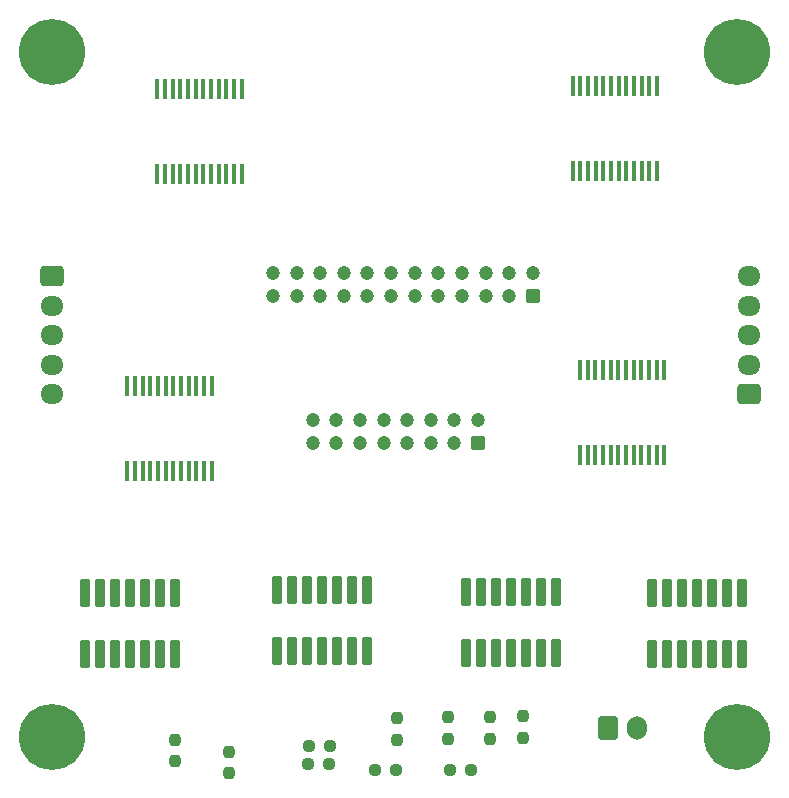
<source format=gbr>
%TF.GenerationSoftware,KiCad,Pcbnew,(7.0.0)*%
%TF.CreationDate,2024-02-29T14:00:03-03:00*%
%TF.ProjectId,pcb_peau_v1,7063625f-7065-4617-955f-76312e6b6963,rev?*%
%TF.SameCoordinates,Original*%
%TF.FileFunction,Soldermask,Top*%
%TF.FilePolarity,Negative*%
%FSLAX46Y46*%
G04 Gerber Fmt 4.6, Leading zero omitted, Abs format (unit mm)*
G04 Created by KiCad (PCBNEW (7.0.0)) date 2024-02-29 14:00:03*
%MOMM*%
%LPD*%
G01*
G04 APERTURE LIST*
G04 Aperture macros list*
%AMRoundRect*
0 Rectangle with rounded corners*
0 $1 Rounding radius*
0 $2 $3 $4 $5 $6 $7 $8 $9 X,Y pos of 4 corners*
0 Add a 4 corners polygon primitive as box body*
4,1,4,$2,$3,$4,$5,$6,$7,$8,$9,$2,$3,0*
0 Add four circle primitives for the rounded corners*
1,1,$1+$1,$2,$3*
1,1,$1+$1,$4,$5*
1,1,$1+$1,$6,$7*
1,1,$1+$1,$8,$9*
0 Add four rect primitives between the rounded corners*
20,1,$1+$1,$2,$3,$4,$5,0*
20,1,$1+$1,$4,$5,$6,$7,0*
20,1,$1+$1,$6,$7,$8,$9,0*
20,1,$1+$1,$8,$9,$2,$3,0*%
G04 Aperture macros list end*
%ADD10RoundRect,0.250000X-0.600000X-0.750000X0.600000X-0.750000X0.600000X0.750000X-0.600000X0.750000X0*%
%ADD11O,1.700000X2.000000*%
%ADD12R,0.450000X1.750000*%
%ADD13RoundRect,0.237500X-0.237500X0.250000X-0.237500X-0.250000X0.237500X-0.250000X0.237500X0.250000X0*%
%ADD14RoundRect,0.102000X0.300000X1.100000X-0.300000X1.100000X-0.300000X-1.100000X0.300000X-1.100000X0*%
%ADD15RoundRect,0.102000X-0.300000X-1.100000X0.300000X-1.100000X0.300000X1.100000X-0.300000X1.100000X0*%
%ADD16C,5.600000*%
%ADD17RoundRect,0.237500X0.250000X0.237500X-0.250000X0.237500X-0.250000X-0.237500X0.250000X-0.237500X0*%
%ADD18RoundRect,0.237500X-0.250000X-0.237500X0.250000X-0.237500X0.250000X0.237500X-0.250000X0.237500X0*%
%ADD19RoundRect,0.250000X0.725000X-0.600000X0.725000X0.600000X-0.725000X0.600000X-0.725000X-0.600000X0*%
%ADD20O,1.950000X1.700000*%
%ADD21RoundRect,0.250000X0.350000X0.350000X-0.350000X0.350000X-0.350000X-0.350000X0.350000X-0.350000X0*%
%ADD22C,1.200000*%
%ADD23RoundRect,0.250000X-0.725000X0.600000X-0.725000X-0.600000X0.725000X-0.600000X0.725000X0.600000X0*%
%ADD24RoundRect,0.237500X0.237500X-0.250000X0.237500X0.250000X-0.237500X0.250000X-0.237500X-0.250000X0*%
G04 APERTURE END LIST*
D10*
%TO.C,J3*%
X225084000Y-110236000D03*
D11*
X227583999Y-110235999D03*
%TD*%
D12*
%TO.C,U5*%
X222719999Y-87121999D03*
X223369999Y-87121999D03*
X224019999Y-87121999D03*
X224669999Y-87121999D03*
X225319999Y-87121999D03*
X225969999Y-87121999D03*
X226619999Y-87121999D03*
X227269999Y-87121999D03*
X227919999Y-87121999D03*
X228569999Y-87121999D03*
X229219999Y-87121999D03*
X229869999Y-87121999D03*
X229869999Y-79921999D03*
X229219999Y-79921999D03*
X228569999Y-79921999D03*
X227919999Y-79921999D03*
X227269999Y-79921999D03*
X226619999Y-79921999D03*
X225969999Y-79921999D03*
X225319999Y-79921999D03*
X224669999Y-79921999D03*
X224019999Y-79921999D03*
X223369999Y-79921999D03*
X222719999Y-79921999D03*
%TD*%
%TO.C,U6*%
X184384999Y-88435999D03*
X185034999Y-88435999D03*
X185684999Y-88435999D03*
X186334999Y-88435999D03*
X186984999Y-88435999D03*
X187634999Y-88435999D03*
X188284999Y-88435999D03*
X188934999Y-88435999D03*
X189584999Y-88435999D03*
X190234999Y-88435999D03*
X190884999Y-88435999D03*
X191534999Y-88435999D03*
X191534999Y-81235999D03*
X190884999Y-81235999D03*
X190234999Y-81235999D03*
X189584999Y-81235999D03*
X188934999Y-81235999D03*
X188284999Y-81235999D03*
X187634999Y-81235999D03*
X186984999Y-81235999D03*
X186334999Y-81235999D03*
X185684999Y-81235999D03*
X185034999Y-81235999D03*
X184384999Y-81235999D03*
%TD*%
D13*
%TO.C,R10*%
X188468000Y-113030000D03*
X188468000Y-111205000D03*
%TD*%
D12*
%TO.C,U3*%
X222099999Y-55879999D03*
X222749999Y-55879999D03*
X223399999Y-55879999D03*
X224049999Y-55879999D03*
X224699999Y-55879999D03*
X225349999Y-55879999D03*
X225999999Y-55879999D03*
X226649999Y-55879999D03*
X227299999Y-55879999D03*
X227949999Y-55879999D03*
X228599999Y-55879999D03*
X229249999Y-55879999D03*
X229249999Y-63079999D03*
X228599999Y-63079999D03*
X227949999Y-63079999D03*
X227299999Y-63079999D03*
X226649999Y-63079999D03*
X225999999Y-63079999D03*
X225349999Y-63079999D03*
X224699999Y-63079999D03*
X224049999Y-63079999D03*
X223399999Y-63079999D03*
X222749999Y-63079999D03*
X222099999Y-63079999D03*
%TD*%
D14*
%TO.C,U7*%
X188468000Y-98746000D03*
X187198000Y-98746000D03*
X185928000Y-98746000D03*
X184658000Y-98746000D03*
X183388000Y-98746000D03*
X182118000Y-98746000D03*
X180848000Y-98746000D03*
X180848000Y-103946000D03*
X182118000Y-103946000D03*
X183388000Y-103946000D03*
X184658000Y-103946000D03*
X185928000Y-103946000D03*
X187198000Y-103946000D03*
X188468000Y-103946000D03*
%TD*%
D15*
%TO.C,U8*%
X197104000Y-103692000D03*
X198374000Y-103692000D03*
X199644000Y-103692000D03*
X200914000Y-103692000D03*
X202184000Y-103692000D03*
X203454000Y-103692000D03*
X204724000Y-103692000D03*
X204724000Y-98492000D03*
X203454000Y-98492000D03*
X202184000Y-98492000D03*
X200914000Y-98492000D03*
X199644000Y-98492000D03*
X198374000Y-98492000D03*
X197104000Y-98492000D03*
%TD*%
D16*
%TO.C,H1*%
X178000000Y-53000000D03*
%TD*%
%TO.C,H3*%
X236000000Y-111000000D03*
%TD*%
D17*
%TO.C,R22*%
X207160500Y-113792000D03*
X205335500Y-113792000D03*
%TD*%
D15*
%TO.C,U2*%
X213106000Y-103886000D03*
X214376000Y-103886000D03*
X215646000Y-103886000D03*
X216916000Y-103886000D03*
X218186000Y-103886000D03*
X219456000Y-103886000D03*
X220726000Y-103886000D03*
X220726000Y-98686000D03*
X219456000Y-98686000D03*
X218186000Y-98686000D03*
X216916000Y-98686000D03*
X215646000Y-98686000D03*
X214376000Y-98686000D03*
X213106000Y-98686000D03*
%TD*%
D16*
%TO.C,H4*%
X178000000Y-111000000D03*
%TD*%
D18*
%TO.C,R4*%
X211685500Y-113792000D03*
X213510500Y-113792000D03*
%TD*%
D14*
%TO.C,U9*%
X236474000Y-98746000D03*
X235204000Y-98746000D03*
X233934000Y-98746000D03*
X232664000Y-98746000D03*
X231394000Y-98746000D03*
X230124000Y-98746000D03*
X228854000Y-98746000D03*
X228854000Y-103946000D03*
X230124000Y-103946000D03*
X231394000Y-103946000D03*
X232664000Y-103946000D03*
X233934000Y-103946000D03*
X235204000Y-103946000D03*
X236474000Y-103946000D03*
%TD*%
D16*
%TO.C,H2*%
X236000000Y-53000000D03*
%TD*%
D13*
%TO.C,R9*%
X211582000Y-109323500D03*
X211582000Y-111148500D03*
%TD*%
%TO.C,R8*%
X193040000Y-112221000D03*
X193040000Y-114046000D03*
%TD*%
%TO.C,R21*%
X217932000Y-109220000D03*
X217932000Y-111045000D03*
%TD*%
D19*
%TO.C,J2*%
X237000000Y-81962500D03*
D20*
X236999999Y-79462499D03*
X236999999Y-76962499D03*
X236999999Y-74462499D03*
X236999999Y-71962499D03*
%TD*%
D21*
%TO.C,J4*%
X214090000Y-86106000D03*
D22*
X214090000Y-84106000D03*
X212090000Y-86106000D03*
X212090000Y-84106000D03*
X210090000Y-86106000D03*
X210090000Y-84106000D03*
X208090000Y-86106000D03*
X208090000Y-84106000D03*
X206090000Y-86106000D03*
X206090000Y-84106000D03*
X204090000Y-86106000D03*
X204090000Y-84106000D03*
X202090000Y-86106000D03*
X202090000Y-84106000D03*
X200090000Y-86106000D03*
X200090000Y-84106000D03*
%TD*%
D23*
%TO.C,J1*%
X178000000Y-71962500D03*
D20*
X177999999Y-74462499D03*
X177999999Y-76962499D03*
X177999999Y-79462499D03*
X177999999Y-81962499D03*
%TD*%
D24*
%TO.C,R23*%
X215138000Y-111148500D03*
X215138000Y-109323500D03*
%TD*%
D12*
%TO.C,U4*%
X186924999Y-56089999D03*
X187574999Y-56089999D03*
X188224999Y-56089999D03*
X188874999Y-56089999D03*
X189524999Y-56089999D03*
X190174999Y-56089999D03*
X190824999Y-56089999D03*
X191474999Y-56089999D03*
X192124999Y-56089999D03*
X192774999Y-56089999D03*
X193424999Y-56089999D03*
X194074999Y-56089999D03*
X194074999Y-63289999D03*
X193424999Y-63289999D03*
X192774999Y-63289999D03*
X192124999Y-63289999D03*
X191474999Y-63289999D03*
X190824999Y-63289999D03*
X190174999Y-63289999D03*
X189524999Y-63289999D03*
X188874999Y-63289999D03*
X188224999Y-63289999D03*
X187574999Y-63289999D03*
X186924999Y-63289999D03*
%TD*%
D24*
%TO.C,R11*%
X207264000Y-111195500D03*
X207264000Y-109370500D03*
%TD*%
D22*
%TO.C,J5*%
X196724000Y-71660000D03*
X196724000Y-73660000D03*
X198724000Y-71660000D03*
X198724000Y-73660000D03*
X200724000Y-71660000D03*
X200724000Y-73660000D03*
X202724000Y-71660000D03*
X202724000Y-73660000D03*
X204724000Y-71660000D03*
X204724000Y-73660000D03*
X206724000Y-71660000D03*
X206724000Y-73660000D03*
X208724000Y-71660000D03*
X208724000Y-73660000D03*
X210724000Y-71660000D03*
X210724000Y-73660000D03*
X212724000Y-71660000D03*
X212724000Y-73660000D03*
X214724000Y-71660000D03*
X214724000Y-73660000D03*
X216724000Y-71660000D03*
X216724000Y-73660000D03*
X218724000Y-71660000D03*
D21*
X218724000Y-73660000D03*
%TD*%
D18*
%TO.C,R20*%
X199747500Y-111760000D03*
X201572500Y-111760000D03*
%TD*%
D17*
%TO.C,R25*%
X201485000Y-113222500D03*
X199660000Y-113222500D03*
%TD*%
M02*

</source>
